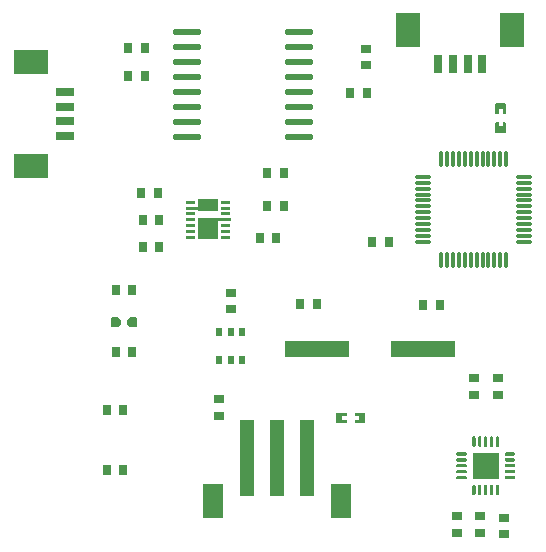
<source format=gtp>
G04*
G04 #@! TF.GenerationSoftware,Altium Limited,Altium Designer,24.2.2 (26)*
G04*
G04 Layer_Color=8421504*
%FSLAX44Y44*%
%MOMM*%
G71*
G04*
G04 #@! TF.SameCoordinates,F77653A4-241C-4A06-9F2E-C48980E71D5F*
G04*
G04*
G04 #@! TF.FilePolarity,Positive*
G04*
G01*
G75*
%ADD19R,0.8000X0.9000*%
%ADD20R,0.9000X0.8000*%
%ADD21O,0.2700X1.5000*%
%ADD22O,1.5000X0.2700*%
%ADD23R,0.5320X0.8000*%
%ADD24O,2.4005X0.5740*%
%ADD25R,5.5000X1.4000*%
%ADD26R,1.6000X0.8000*%
%ADD27R,3.0000X2.1000*%
%ADD28R,0.8000X1.6000*%
%ADD29R,2.1000X3.0000*%
%ADD30R,1.3000X6.5000*%
%ADD31R,1.8000X3.0000*%
G36*
X910010Y845070D02*
Y837070D01*
X909510Y836570D01*
X907090D01*
Y840270D01*
X903790D01*
Y836570D01*
X901510D01*
X901010Y837070D01*
Y845070D01*
X901510Y845570D01*
X909510D01*
X910010Y845070D01*
D02*
G37*
G36*
X910010Y829170D02*
Y821170D01*
X909510Y820670D01*
X901510D01*
X901010Y821170D01*
Y829170D01*
X901510Y829670D01*
X903930D01*
Y825970D01*
X907230D01*
Y829670D01*
X909510D01*
X910010Y829170D01*
D02*
G37*
G36*
X676608Y760509D02*
X669110D01*
Y763008D01*
X676608D01*
Y760509D01*
D02*
G37*
G36*
X646608D02*
X639110D01*
Y763008D01*
X646608D01*
Y760509D01*
D02*
G37*
G36*
X676608Y755509D02*
X669110D01*
Y758008D01*
X676608D01*
Y755509D01*
D02*
G37*
G36*
X666109Y753909D02*
X649609D01*
Y755509D01*
X638858D01*
Y758009D01*
X649609D01*
Y764609D01*
X666109D01*
Y753909D01*
D02*
G37*
G36*
X676608Y750509D02*
X669110D01*
Y753008D01*
X676608D01*
Y750509D01*
D02*
G37*
G36*
X646608D02*
X639110D01*
Y753008D01*
X646608D01*
Y750509D01*
D02*
G37*
G36*
Y745509D02*
X639110D01*
Y748008D01*
X646608D01*
Y745509D01*
D02*
G37*
G36*
X676608Y740509D02*
X669110D01*
Y743008D01*
X676608D01*
Y740509D01*
D02*
G37*
G36*
X646608D02*
X639110D01*
Y743008D01*
X646608D01*
Y740509D01*
D02*
G37*
G36*
X676608Y735509D02*
X669110D01*
Y738008D01*
X676608D01*
Y735509D01*
D02*
G37*
G36*
X646608D02*
X639110D01*
Y738008D01*
X646608D01*
Y735509D01*
D02*
G37*
G36*
X676608Y730509D02*
X669110D01*
Y733008D01*
X676608D01*
Y730509D01*
D02*
G37*
G36*
X646608D02*
X639110D01*
Y733008D01*
X646608D01*
Y730509D01*
D02*
G37*
G36*
X676859Y745509D02*
X666109D01*
Y730509D01*
X649609D01*
Y748009D01*
X663859D01*
Y748009D01*
X676859D01*
Y745509D01*
D02*
G37*
G36*
X597671Y664033D02*
Y656673D01*
X597031Y656033D01*
X591998D01*
X589256Y658970D01*
Y661735D01*
X591998Y664673D01*
X597031D01*
X597671Y664033D01*
D02*
G37*
G36*
X584100Y661623D02*
Y658858D01*
X581358Y655920D01*
X576325D01*
X575685Y656560D01*
Y663920D01*
X576325Y664560D01*
X581358D01*
X584100Y661623D01*
D02*
G37*
G36*
X775060Y583120D02*
Y580700D01*
X771360D01*
Y577400D01*
X775060D01*
Y575120D01*
X774560Y574620D01*
X766560D01*
X766060Y575120D01*
Y583120D01*
X766560Y583620D01*
X774560D01*
X775060Y583120D01*
D02*
G37*
G36*
X790960Y583120D02*
Y575120D01*
X790460Y574620D01*
X782460D01*
X781960Y575120D01*
Y577540D01*
X785660D01*
Y580840D01*
X781960D01*
Y583120D01*
X782460Y583620D01*
X790460D01*
X790960Y583120D01*
D02*
G37*
G36*
X902925Y563475D02*
X903002Y563467D01*
X903079Y563454D01*
X903154Y563437D01*
X903228Y563416D01*
X903301Y563391D01*
X903372Y563362D01*
X903442Y563329D01*
X903510Y563293D01*
X903576Y563252D01*
X903639Y563208D01*
X903700Y563161D01*
X903758Y563110D01*
X903813Y563056D01*
X903866Y563000D01*
X903915Y562940D01*
X903961Y562878D01*
X904003Y562813D01*
X904041Y562746D01*
X904076Y562678D01*
X904107Y562607D01*
X904134Y562535D01*
X904157Y562461D01*
X904176Y562386D01*
X904191Y562310D01*
X904202Y562234D01*
X904208Y562157D01*
X904210Y562080D01*
Y555880D01*
X904208Y555803D01*
X904202Y555726D01*
X904191Y555650D01*
X904176Y555574D01*
X904157Y555499D01*
X904134Y555426D01*
X904107Y555354D01*
X904076Y555283D01*
X904041Y555214D01*
X904003Y555147D01*
X903961Y555083D01*
X903915Y555020D01*
X903866Y554961D01*
X903813Y554904D01*
X903758Y554850D01*
X903700Y554799D01*
X903639Y554752D01*
X903576Y554708D01*
X903510Y554668D01*
X903442Y554631D01*
X903372Y554598D01*
X903301Y554569D01*
X903228Y554544D01*
X903154Y554523D01*
X903079Y554506D01*
X903002Y554493D01*
X902925Y554485D01*
X902849Y554481D01*
X902771D01*
X902694Y554485D01*
X902618Y554493D01*
X902542Y554506D01*
X902466Y554523D01*
X902392Y554544D01*
X902319Y554569D01*
X902248Y554598D01*
X902178Y554631D01*
X902110Y554668D01*
X902044Y554708D01*
X901981Y554752D01*
X901920Y554799D01*
X901862Y554850D01*
X901806Y554904D01*
X901754Y554961D01*
X901705Y555020D01*
X901659Y555083D01*
X901617Y555147D01*
X901579Y555214D01*
X901544Y555283D01*
X901513Y555354D01*
X901486Y555426D01*
X901463Y555499D01*
X901444Y555574D01*
X901429Y555650D01*
X901418Y555726D01*
X901412Y555803D01*
X901410Y555880D01*
Y562080D01*
X901412Y562157D01*
X901418Y562234D01*
X901429Y562310D01*
X901444Y562386D01*
X901463Y562461D01*
X901486Y562535D01*
X901513Y562607D01*
X901544Y562678D01*
X901579Y562746D01*
X901617Y562813D01*
X901659Y562878D01*
X901705Y562940D01*
X901754Y563000D01*
X901806Y563056D01*
X901862Y563110D01*
X901920Y563161D01*
X901981Y563208D01*
X902044Y563252D01*
X902110Y563293D01*
X902178Y563329D01*
X902248Y563362D01*
X902319Y563391D01*
X902392Y563416D01*
X902466Y563437D01*
X902542Y563454D01*
X902618Y563467D01*
X902694Y563475D01*
X902771Y563480D01*
X902849D01*
X902925Y563475D01*
D02*
G37*
G36*
X897927D02*
X898003Y563467D01*
X898080Y563454D01*
X898155Y563437D01*
X898229Y563416D01*
X898302Y563391D01*
X898374Y563362D01*
X898444Y563329D01*
X898511Y563293D01*
X898577Y563252D01*
X898640Y563208D01*
X898701Y563161D01*
X898759Y563110D01*
X898815Y563056D01*
X898867Y563000D01*
X898916Y562940D01*
X898962Y562878D01*
X899004Y562813D01*
X899043Y562746D01*
X899077Y562678D01*
X899108Y562607D01*
X899135Y562535D01*
X899158Y562461D01*
X899177Y562386D01*
X899192Y562310D01*
X899203Y562234D01*
X899209Y562157D01*
X899211Y562080D01*
Y555880D01*
X899209Y555803D01*
X899203Y555726D01*
X899192Y555650D01*
X899177Y555574D01*
X899158Y555499D01*
X899135Y555426D01*
X899108Y555354D01*
X899077Y555283D01*
X899043Y555214D01*
X899004Y555147D01*
X898962Y555083D01*
X898916Y555020D01*
X898867Y554961D01*
X898815Y554904D01*
X898759Y554850D01*
X898701Y554799D01*
X898640Y554752D01*
X898577Y554708D01*
X898511Y554668D01*
X898444Y554631D01*
X898374Y554598D01*
X898302Y554569D01*
X898229Y554544D01*
X898155Y554523D01*
X898080Y554506D01*
X898003Y554493D01*
X897927Y554485D01*
X897850Y554481D01*
X897773D01*
X897696Y554485D01*
X897619Y554493D01*
X897543Y554506D01*
X897468Y554523D01*
X897393Y554544D01*
X897320Y554569D01*
X897249Y554598D01*
X897179Y554631D01*
X897111Y554668D01*
X897045Y554708D01*
X896982Y554752D01*
X896921Y554799D01*
X896863Y554850D01*
X896808Y554904D01*
X896755Y554961D01*
X896706Y555020D01*
X896661Y555083D01*
X896618Y555147D01*
X896580Y555214D01*
X896545Y555283D01*
X896514Y555354D01*
X896487Y555426D01*
X896464Y555499D01*
X896445Y555574D01*
X896430Y555650D01*
X896420Y555726D01*
X896413Y555803D01*
X896411Y555880D01*
Y562080D01*
X896413Y562157D01*
X896420Y562234D01*
X896430Y562310D01*
X896445Y562386D01*
X896464Y562461D01*
X896487Y562535D01*
X896514Y562607D01*
X896545Y562678D01*
X896580Y562746D01*
X896618Y562813D01*
X896661Y562878D01*
X896706Y562940D01*
X896755Y563000D01*
X896808Y563056D01*
X896863Y563110D01*
X896921Y563161D01*
X896982Y563208D01*
X897045Y563252D01*
X897111Y563293D01*
X897179Y563329D01*
X897249Y563362D01*
X897320Y563391D01*
X897393Y563416D01*
X897468Y563437D01*
X897543Y563454D01*
X897619Y563467D01*
X897696Y563475D01*
X897773Y563480D01*
X897850D01*
X897927Y563475D01*
D02*
G37*
G36*
X892926D02*
X893002Y563467D01*
X893079Y563454D01*
X893154Y563437D01*
X893228Y563416D01*
X893301Y563391D01*
X893372Y563362D01*
X893442Y563329D01*
X893510Y563293D01*
X893576Y563252D01*
X893639Y563208D01*
X893700Y563161D01*
X893758Y563110D01*
X893814Y563056D01*
X893866Y563000D01*
X893915Y562940D01*
X893961Y562878D01*
X894003Y562813D01*
X894041Y562746D01*
X894076Y562678D01*
X894107Y562607D01*
X894134Y562535D01*
X894157Y562461D01*
X894176Y562386D01*
X894191Y562310D01*
X894202Y562234D01*
X894208Y562157D01*
X894210Y562080D01*
Y555880D01*
X894208Y555803D01*
X894202Y555726D01*
X894191Y555650D01*
X894176Y555574D01*
X894157Y555499D01*
X894134Y555426D01*
X894107Y555354D01*
X894076Y555283D01*
X894041Y555214D01*
X894003Y555147D01*
X893961Y555083D01*
X893915Y555020D01*
X893866Y554961D01*
X893814Y554904D01*
X893758Y554850D01*
X893700Y554799D01*
X893639Y554752D01*
X893576Y554708D01*
X893510Y554668D01*
X893442Y554631D01*
X893372Y554598D01*
X893301Y554569D01*
X893228Y554544D01*
X893154Y554523D01*
X893079Y554506D01*
X893002Y554493D01*
X892926Y554485D01*
X892849Y554481D01*
X892771D01*
X892694Y554485D01*
X892618Y554493D01*
X892542Y554506D01*
X892466Y554523D01*
X892392Y554544D01*
X892319Y554569D01*
X892248Y554598D01*
X892178Y554631D01*
X892110Y554668D01*
X892044Y554708D01*
X891981Y554752D01*
X891920Y554799D01*
X891862Y554850D01*
X891806Y554904D01*
X891754Y554961D01*
X891705Y555020D01*
X891659Y555083D01*
X891617Y555147D01*
X891579Y555214D01*
X891544Y555283D01*
X891513Y555354D01*
X891486Y555426D01*
X891463Y555499D01*
X891444Y555574D01*
X891429Y555650D01*
X891418Y555726D01*
X891412Y555803D01*
X891410Y555880D01*
Y562080D01*
X891412Y562157D01*
X891418Y562234D01*
X891429Y562310D01*
X891444Y562386D01*
X891463Y562461D01*
X891486Y562535D01*
X891513Y562607D01*
X891544Y562678D01*
X891579Y562746D01*
X891617Y562813D01*
X891659Y562878D01*
X891705Y562940D01*
X891754Y563000D01*
X891806Y563056D01*
X891862Y563110D01*
X891920Y563161D01*
X891981Y563208D01*
X892044Y563252D01*
X892110Y563293D01*
X892178Y563329D01*
X892248Y563362D01*
X892319Y563391D01*
X892392Y563416D01*
X892466Y563437D01*
X892542Y563454D01*
X892618Y563467D01*
X892694Y563475D01*
X892771Y563480D01*
X892849D01*
X892926Y563475D01*
D02*
G37*
G36*
X887927D02*
X888004Y563467D01*
X888080Y563454D01*
X888155Y563437D01*
X888229Y563416D01*
X888302Y563391D01*
X888374Y563362D01*
X888444Y563329D01*
X888511Y563293D01*
X888577Y563252D01*
X888640Y563208D01*
X888701Y563161D01*
X888760Y563110D01*
X888815Y563056D01*
X888867Y563000D01*
X888916Y562940D01*
X888962Y562878D01*
X889004Y562813D01*
X889043Y562746D01*
X889078Y562678D01*
X889109Y562607D01*
X889135Y562535D01*
X889158Y562461D01*
X889177Y562386D01*
X889192Y562310D01*
X889203Y562234D01*
X889209Y562157D01*
X889211Y562080D01*
Y555880D01*
X889209Y555803D01*
X889203Y555726D01*
X889192Y555650D01*
X889177Y555574D01*
X889158Y555499D01*
X889135Y555426D01*
X889109Y555354D01*
X889078Y555283D01*
X889043Y555214D01*
X889004Y555147D01*
X888962Y555083D01*
X888916Y555020D01*
X888867Y554961D01*
X888815Y554904D01*
X888760Y554850D01*
X888701Y554799D01*
X888640Y554752D01*
X888577Y554708D01*
X888511Y554668D01*
X888444Y554631D01*
X888374Y554598D01*
X888302Y554569D01*
X888229Y554544D01*
X888155Y554523D01*
X888080Y554506D01*
X888004Y554493D01*
X887927Y554485D01*
X887850Y554481D01*
X887773D01*
X887696Y554485D01*
X887619Y554493D01*
X887543Y554506D01*
X887468Y554523D01*
X887393Y554544D01*
X887320Y554569D01*
X887249Y554598D01*
X887179Y554631D01*
X887111Y554668D01*
X887046Y554708D01*
X886982Y554752D01*
X886921Y554799D01*
X886863Y554850D01*
X886808Y554904D01*
X886755Y554961D01*
X886706Y555020D01*
X886661Y555083D01*
X886618Y555147D01*
X886580Y555214D01*
X886545Y555283D01*
X886514Y555354D01*
X886487Y555426D01*
X886464Y555499D01*
X886445Y555574D01*
X886430Y555650D01*
X886420Y555726D01*
X886413Y555803D01*
X886411Y555880D01*
Y562080D01*
X886413Y562157D01*
X886420Y562234D01*
X886430Y562310D01*
X886445Y562386D01*
X886464Y562461D01*
X886487Y562535D01*
X886514Y562607D01*
X886545Y562678D01*
X886580Y562746D01*
X886618Y562813D01*
X886661Y562878D01*
X886706Y562940D01*
X886755Y563000D01*
X886808Y563056D01*
X886863Y563110D01*
X886921Y563161D01*
X886982Y563208D01*
X887046Y563252D01*
X887111Y563293D01*
X887179Y563329D01*
X887249Y563362D01*
X887320Y563391D01*
X887393Y563416D01*
X887468Y563437D01*
X887543Y563454D01*
X887619Y563467D01*
X887696Y563475D01*
X887773Y563480D01*
X887850D01*
X887927Y563475D01*
D02*
G37*
G36*
X882926D02*
X883002Y563467D01*
X883079Y563454D01*
X883154Y563437D01*
X883228Y563416D01*
X883301Y563391D01*
X883372Y563362D01*
X883442Y563329D01*
X883510Y563293D01*
X883576Y563252D01*
X883639Y563208D01*
X883700Y563161D01*
X883758Y563110D01*
X883814Y563056D01*
X883866Y563000D01*
X883915Y562940D01*
X883961Y562878D01*
X884003Y562813D01*
X884041Y562746D01*
X884076Y562678D01*
X884107Y562607D01*
X884134Y562535D01*
X884157Y562461D01*
X884176Y562386D01*
X884191Y562310D01*
X884202Y562234D01*
X884208Y562157D01*
X884210Y562080D01*
Y555880D01*
X884208Y555803D01*
X884202Y555726D01*
X884191Y555650D01*
X884176Y555574D01*
X884157Y555499D01*
X884134Y555426D01*
X884107Y555354D01*
X884076Y555283D01*
X884041Y555214D01*
X884003Y555147D01*
X883961Y555083D01*
X883915Y555020D01*
X883866Y554961D01*
X883814Y554904D01*
X883758Y554850D01*
X883700Y554799D01*
X883639Y554752D01*
X883576Y554708D01*
X883510Y554668D01*
X883442Y554631D01*
X883372Y554598D01*
X883301Y554569D01*
X883228Y554544D01*
X883154Y554523D01*
X883079Y554506D01*
X883002Y554493D01*
X882926Y554485D01*
X882849Y554481D01*
X882771D01*
X882694Y554485D01*
X882618Y554493D01*
X882542Y554506D01*
X882466Y554523D01*
X882392Y554544D01*
X882319Y554569D01*
X882248Y554598D01*
X882178Y554631D01*
X882110Y554668D01*
X882044Y554708D01*
X881981Y554752D01*
X881920Y554799D01*
X881862Y554850D01*
X881806Y554904D01*
X881754Y554961D01*
X881705Y555020D01*
X881659Y555083D01*
X881617Y555147D01*
X881579Y555214D01*
X881544Y555283D01*
X881513Y555354D01*
X881486Y555426D01*
X881463Y555499D01*
X881444Y555574D01*
X881429Y555650D01*
X881418Y555726D01*
X881412Y555803D01*
X881410Y555880D01*
Y562080D01*
X881412Y562157D01*
X881418Y562234D01*
X881429Y562310D01*
X881444Y562386D01*
X881463Y562461D01*
X881486Y562535D01*
X881513Y562607D01*
X881544Y562678D01*
X881579Y562746D01*
X881617Y562813D01*
X881659Y562878D01*
X881705Y562940D01*
X881754Y563000D01*
X881806Y563056D01*
X881862Y563110D01*
X881920Y563161D01*
X881981Y563208D01*
X882044Y563252D01*
X882110Y563293D01*
X882178Y563329D01*
X882248Y563362D01*
X882319Y563391D01*
X882392Y563416D01*
X882466Y563437D01*
X882542Y563454D01*
X882618Y563467D01*
X882694Y563475D01*
X882771Y563480D01*
X882849D01*
X882926Y563475D01*
D02*
G37*
G36*
X916488Y549878D02*
X916564Y549872D01*
X916641Y549861D01*
X916717Y549846D01*
X916791Y549827D01*
X916865Y549804D01*
X916937Y549777D01*
X917008Y549746D01*
X917077Y549711D01*
X917143Y549673D01*
X917208Y549631D01*
X917271Y549585D01*
X917330Y549536D01*
X917386Y549483D01*
X917440Y549428D01*
X917491Y549370D01*
X917538Y549309D01*
X917582Y549246D01*
X917623Y549180D01*
X917660Y549112D01*
X917693Y549042D01*
X917722Y548971D01*
X917747Y548898D01*
X917767Y548824D01*
X917785Y548749D01*
X917797Y548672D01*
X917806Y548596D01*
X917810Y548519D01*
Y548441D01*
X917806Y548364D01*
X917797Y548288D01*
X917785Y548212D01*
X917767Y548136D01*
X917747Y548062D01*
X917722Y547989D01*
X917693Y547918D01*
X917660Y547848D01*
X917623Y547780D01*
X917582Y547714D01*
X917538Y547651D01*
X917491Y547590D01*
X917440Y547532D01*
X917386Y547476D01*
X917330Y547424D01*
X917271Y547375D01*
X917208Y547329D01*
X917143Y547287D01*
X917077Y547249D01*
X917008Y547214D01*
X916937Y547183D01*
X916865Y547156D01*
X916791Y547133D01*
X916717Y547114D01*
X916641Y547099D01*
X916564Y547088D01*
X916488Y547082D01*
X916410Y547080D01*
X910210D01*
X910133Y547082D01*
X910057Y547088D01*
X909980Y547099D01*
X909904Y547114D01*
X909829Y547133D01*
X909756Y547156D01*
X909684Y547183D01*
X909613Y547214D01*
X909544Y547249D01*
X909477Y547287D01*
X909413Y547329D01*
X909351Y547375D01*
X909291Y547424D01*
X909234Y547476D01*
X909181Y547532D01*
X909130Y547590D01*
X909082Y547651D01*
X909039Y547714D01*
X908998Y547780D01*
X908961Y547848D01*
X908928Y547918D01*
X908899Y547989D01*
X908874Y548062D01*
X908853Y548136D01*
X908836Y548212D01*
X908824Y548288D01*
X908815Y548364D01*
X908811Y548441D01*
Y548519D01*
X908815Y548596D01*
X908824Y548672D01*
X908836Y548749D01*
X908853Y548824D01*
X908874Y548898D01*
X908899Y548971D01*
X908928Y549042D01*
X908961Y549112D01*
X908998Y549180D01*
X909039Y549246D01*
X909082Y549309D01*
X909130Y549370D01*
X909181Y549428D01*
X909234Y549483D01*
X909291Y549536D01*
X909351Y549585D01*
X909413Y549631D01*
X909477Y549673D01*
X909544Y549711D01*
X909613Y549746D01*
X909684Y549777D01*
X909756Y549804D01*
X909829Y549827D01*
X909904Y549846D01*
X909980Y549861D01*
X910057Y549872D01*
X910133Y549878D01*
X910210Y549880D01*
X916410D01*
X916488Y549878D01*
D02*
G37*
G36*
X875487D02*
X875564Y549872D01*
X875640Y549861D01*
X875716Y549846D01*
X875791Y549827D01*
X875864Y549804D01*
X875937Y549777D01*
X876007Y549746D01*
X876076Y549711D01*
X876143Y549673D01*
X876208Y549631D01*
X876270Y549585D01*
X876329Y549536D01*
X876386Y549483D01*
X876440Y549428D01*
X876490Y549370D01*
X876538Y549309D01*
X876582Y549246D01*
X876622Y549180D01*
X876659Y549112D01*
X876692Y549042D01*
X876721Y548971D01*
X876746Y548898D01*
X876767Y548824D01*
X876784Y548749D01*
X876797Y548672D01*
X876805Y548596D01*
X876809Y548519D01*
Y548441D01*
X876805Y548364D01*
X876797Y548288D01*
X876784Y548212D01*
X876767Y548136D01*
X876746Y548062D01*
X876721Y547989D01*
X876692Y547918D01*
X876659Y547848D01*
X876622Y547780D01*
X876582Y547714D01*
X876538Y547651D01*
X876490Y547590D01*
X876440Y547532D01*
X876386Y547476D01*
X876329Y547424D01*
X876270Y547375D01*
X876208Y547329D01*
X876143Y547287D01*
X876076Y547249D01*
X876007Y547214D01*
X875937Y547183D01*
X875864Y547156D01*
X875791Y547133D01*
X875716Y547114D01*
X875640Y547099D01*
X875564Y547088D01*
X875487Y547082D01*
X875410Y547080D01*
X869210D01*
X869133Y547082D01*
X869056Y547088D01*
X868979Y547099D01*
X868904Y547114D01*
X868829Y547133D01*
X868755Y547156D01*
X868683Y547183D01*
X868612Y547214D01*
X868544Y547249D01*
X868477Y547287D01*
X868412Y547329D01*
X868350Y547375D01*
X868290Y547424D01*
X868234Y547476D01*
X868180Y547532D01*
X868129Y547590D01*
X868082Y547651D01*
X868038Y547714D01*
X867997Y547780D01*
X867961Y547848D01*
X867928Y547918D01*
X867899Y547989D01*
X867874Y548062D01*
X867853Y548136D01*
X867836Y548212D01*
X867823Y548288D01*
X867815Y548364D01*
X867810Y548441D01*
Y548519D01*
X867815Y548596D01*
X867823Y548672D01*
X867836Y548749D01*
X867853Y548824D01*
X867874Y548898D01*
X867899Y548971D01*
X867928Y549042D01*
X867961Y549112D01*
X867997Y549180D01*
X868038Y549246D01*
X868082Y549309D01*
X868129Y549370D01*
X868180Y549428D01*
X868234Y549483D01*
X868290Y549536D01*
X868350Y549585D01*
X868412Y549631D01*
X868477Y549673D01*
X868544Y549711D01*
X868612Y549746D01*
X868683Y549777D01*
X868755Y549804D01*
X868829Y549827D01*
X868904Y549846D01*
X868979Y549861D01*
X869056Y549872D01*
X869133Y549878D01*
X869210Y549880D01*
X875410D01*
X875487Y549878D01*
D02*
G37*
G36*
X916488Y544879D02*
X916564Y544873D01*
X916641Y544862D01*
X916717Y544847D01*
X916791Y544828D01*
X916865Y544805D01*
X916937Y544778D01*
X917008Y544747D01*
X917077Y544713D01*
X917143Y544674D01*
X917208Y544632D01*
X917271Y544586D01*
X917330Y544537D01*
X917386Y544485D01*
X917440Y544429D01*
X917491Y544371D01*
X917538Y544310D01*
X917582Y544247D01*
X917623Y544181D01*
X917660Y544114D01*
X917693Y544044D01*
X917722Y543972D01*
X917747Y543899D01*
X917767Y543825D01*
X917785Y543750D01*
X917797Y543674D01*
X917806Y543597D01*
X917810Y543520D01*
Y543443D01*
X917806Y543366D01*
X917797Y543289D01*
X917785Y543213D01*
X917767Y543138D01*
X917747Y543063D01*
X917722Y542990D01*
X917693Y542919D01*
X917660Y542849D01*
X917623Y542781D01*
X917582Y542715D01*
X917538Y542652D01*
X917491Y542591D01*
X917440Y542533D01*
X917386Y542478D01*
X917330Y542425D01*
X917271Y542376D01*
X917208Y542331D01*
X917143Y542289D01*
X917077Y542250D01*
X917008Y542215D01*
X916937Y542184D01*
X916865Y542157D01*
X916791Y542134D01*
X916717Y542115D01*
X916641Y542100D01*
X916564Y542090D01*
X916488Y542083D01*
X916410Y542081D01*
X910210D01*
X910133Y542083D01*
X910057Y542090D01*
X909980Y542100D01*
X909904Y542115D01*
X909829Y542134D01*
X909756Y542157D01*
X909684Y542184D01*
X909613Y542215D01*
X909544Y542250D01*
X909477Y542289D01*
X909413Y542331D01*
X909351Y542376D01*
X909291Y542425D01*
X909234Y542478D01*
X909181Y542533D01*
X909130Y542591D01*
X909082Y542652D01*
X909039Y542715D01*
X908998Y542781D01*
X908961Y542849D01*
X908928Y542919D01*
X908899Y542990D01*
X908874Y543063D01*
X908853Y543138D01*
X908836Y543213D01*
X908824Y543289D01*
X908815Y543366D01*
X908811Y543443D01*
Y543520D01*
X908815Y543597D01*
X908824Y543674D01*
X908836Y543750D01*
X908853Y543825D01*
X908874Y543899D01*
X908899Y543972D01*
X908928Y544044D01*
X908961Y544114D01*
X908998Y544181D01*
X909039Y544247D01*
X909082Y544310D01*
X909130Y544371D01*
X909181Y544429D01*
X909234Y544485D01*
X909291Y544537D01*
X909351Y544586D01*
X909413Y544632D01*
X909477Y544674D01*
X909544Y544713D01*
X909613Y544747D01*
X909684Y544778D01*
X909756Y544805D01*
X909829Y544828D01*
X909904Y544847D01*
X909980Y544862D01*
X910057Y544873D01*
X910133Y544879D01*
X910210Y544881D01*
X916410D01*
X916488Y544879D01*
D02*
G37*
G36*
X875487D02*
X875564Y544873D01*
X875640Y544862D01*
X875716Y544847D01*
X875791Y544828D01*
X875864Y544805D01*
X875937Y544778D01*
X876007Y544747D01*
X876076Y544713D01*
X876143Y544674D01*
X876208Y544632D01*
X876270Y544586D01*
X876329Y544537D01*
X876386Y544485D01*
X876440Y544429D01*
X876490Y544371D01*
X876538Y544310D01*
X876582Y544247D01*
X876622Y544181D01*
X876659Y544114D01*
X876692Y544044D01*
X876721Y543972D01*
X876746Y543899D01*
X876767Y543825D01*
X876784Y543750D01*
X876797Y543674D01*
X876805Y543597D01*
X876809Y543520D01*
Y543443D01*
X876805Y543366D01*
X876797Y543289D01*
X876784Y543213D01*
X876767Y543138D01*
X876746Y543063D01*
X876721Y542990D01*
X876692Y542919D01*
X876659Y542849D01*
X876622Y542781D01*
X876582Y542715D01*
X876538Y542652D01*
X876490Y542591D01*
X876440Y542533D01*
X876386Y542478D01*
X876329Y542425D01*
X876270Y542376D01*
X876208Y542331D01*
X876143Y542289D01*
X876076Y542250D01*
X876007Y542215D01*
X875937Y542184D01*
X875864Y542157D01*
X875791Y542134D01*
X875716Y542115D01*
X875640Y542100D01*
X875564Y542090D01*
X875487Y542083D01*
X875410Y542081D01*
X869210D01*
X869133Y542083D01*
X869056Y542090D01*
X868979Y542100D01*
X868904Y542115D01*
X868829Y542134D01*
X868755Y542157D01*
X868683Y542184D01*
X868612Y542215D01*
X868544Y542250D01*
X868477Y542289D01*
X868412Y542331D01*
X868350Y542376D01*
X868290Y542425D01*
X868234Y542478D01*
X868180Y542533D01*
X868129Y542591D01*
X868082Y542652D01*
X868038Y542715D01*
X867997Y542781D01*
X867961Y542849D01*
X867928Y542919D01*
X867899Y542990D01*
X867874Y543063D01*
X867853Y543138D01*
X867836Y543213D01*
X867823Y543289D01*
X867815Y543366D01*
X867810Y543443D01*
Y543520D01*
X867815Y543597D01*
X867823Y543674D01*
X867836Y543750D01*
X867853Y543825D01*
X867874Y543899D01*
X867899Y543972D01*
X867928Y544044D01*
X867961Y544114D01*
X867997Y544181D01*
X868038Y544247D01*
X868082Y544310D01*
X868129Y544371D01*
X868180Y544429D01*
X868234Y544485D01*
X868290Y544537D01*
X868350Y544586D01*
X868412Y544632D01*
X868477Y544674D01*
X868544Y544713D01*
X868612Y544747D01*
X868683Y544778D01*
X868755Y544805D01*
X868829Y544828D01*
X868904Y544847D01*
X868979Y544862D01*
X869056Y544873D01*
X869133Y544879D01*
X869210Y544881D01*
X875410D01*
X875487Y544879D01*
D02*
G37*
G36*
X916488Y539878D02*
X916564Y539872D01*
X916641Y539861D01*
X916717Y539846D01*
X916791Y539827D01*
X916865Y539804D01*
X916937Y539777D01*
X917008Y539746D01*
X917077Y539711D01*
X917143Y539673D01*
X917208Y539631D01*
X917271Y539585D01*
X917330Y539536D01*
X917386Y539484D01*
X917440Y539428D01*
X917491Y539370D01*
X917538Y539309D01*
X917582Y539246D01*
X917623Y539180D01*
X917660Y539112D01*
X917693Y539042D01*
X917722Y538971D01*
X917747Y538898D01*
X917767Y538824D01*
X917785Y538749D01*
X917797Y538672D01*
X917806Y538596D01*
X917810Y538519D01*
Y538441D01*
X917806Y538364D01*
X917797Y538288D01*
X917785Y538212D01*
X917767Y538136D01*
X917747Y538062D01*
X917722Y537989D01*
X917693Y537918D01*
X917660Y537848D01*
X917623Y537780D01*
X917582Y537714D01*
X917538Y537651D01*
X917491Y537590D01*
X917440Y537532D01*
X917386Y537476D01*
X917330Y537424D01*
X917271Y537375D01*
X917208Y537329D01*
X917143Y537287D01*
X917077Y537249D01*
X917008Y537214D01*
X916937Y537183D01*
X916865Y537156D01*
X916791Y537133D01*
X916717Y537114D01*
X916641Y537099D01*
X916564Y537088D01*
X916488Y537082D01*
X916410Y537080D01*
X910210D01*
X910133Y537082D01*
X910057Y537088D01*
X909980Y537099D01*
X909904Y537114D01*
X909829Y537133D01*
X909756Y537156D01*
X909684Y537183D01*
X909613Y537214D01*
X909544Y537249D01*
X909477Y537287D01*
X909413Y537329D01*
X909351Y537375D01*
X909291Y537424D01*
X909234Y537476D01*
X909181Y537532D01*
X909130Y537590D01*
X909082Y537651D01*
X909039Y537714D01*
X908998Y537780D01*
X908961Y537848D01*
X908928Y537918D01*
X908899Y537989D01*
X908874Y538062D01*
X908853Y538136D01*
X908836Y538212D01*
X908824Y538288D01*
X908815Y538364D01*
X908811Y538441D01*
Y538519D01*
X908815Y538596D01*
X908824Y538672D01*
X908836Y538749D01*
X908853Y538824D01*
X908874Y538898D01*
X908899Y538971D01*
X908928Y539042D01*
X908961Y539112D01*
X908998Y539180D01*
X909039Y539246D01*
X909082Y539309D01*
X909130Y539370D01*
X909181Y539428D01*
X909234Y539484D01*
X909291Y539536D01*
X909351Y539585D01*
X909413Y539631D01*
X909477Y539673D01*
X909544Y539711D01*
X909613Y539746D01*
X909684Y539777D01*
X909756Y539804D01*
X909829Y539827D01*
X909904Y539846D01*
X909980Y539861D01*
X910057Y539872D01*
X910133Y539878D01*
X910210Y539880D01*
X916410D01*
X916488Y539878D01*
D02*
G37*
G36*
X875487D02*
X875564Y539872D01*
X875640Y539861D01*
X875716Y539846D01*
X875791Y539827D01*
X875864Y539804D01*
X875937Y539777D01*
X876007Y539746D01*
X876076Y539711D01*
X876143Y539673D01*
X876208Y539631D01*
X876270Y539585D01*
X876329Y539536D01*
X876386Y539484D01*
X876440Y539428D01*
X876490Y539370D01*
X876538Y539309D01*
X876582Y539246D01*
X876622Y539180D01*
X876659Y539112D01*
X876692Y539042D01*
X876721Y538971D01*
X876746Y538898D01*
X876767Y538824D01*
X876784Y538749D01*
X876797Y538672D01*
X876805Y538596D01*
X876809Y538519D01*
Y538441D01*
X876805Y538364D01*
X876797Y538288D01*
X876784Y538212D01*
X876767Y538136D01*
X876746Y538062D01*
X876721Y537989D01*
X876692Y537918D01*
X876659Y537848D01*
X876622Y537780D01*
X876582Y537714D01*
X876538Y537651D01*
X876490Y537590D01*
X876440Y537532D01*
X876386Y537476D01*
X876329Y537424D01*
X876270Y537375D01*
X876208Y537329D01*
X876143Y537287D01*
X876076Y537249D01*
X876007Y537214D01*
X875937Y537183D01*
X875864Y537156D01*
X875791Y537133D01*
X875716Y537114D01*
X875640Y537099D01*
X875564Y537088D01*
X875487Y537082D01*
X875410Y537080D01*
X869210D01*
X869133Y537082D01*
X869056Y537088D01*
X868979Y537099D01*
X868904Y537114D01*
X868829Y537133D01*
X868755Y537156D01*
X868683Y537183D01*
X868612Y537214D01*
X868544Y537249D01*
X868477Y537287D01*
X868412Y537329D01*
X868350Y537375D01*
X868290Y537424D01*
X868234Y537476D01*
X868180Y537532D01*
X868129Y537590D01*
X868082Y537651D01*
X868038Y537714D01*
X867997Y537780D01*
X867961Y537848D01*
X867928Y537918D01*
X867899Y537989D01*
X867874Y538062D01*
X867853Y538136D01*
X867836Y538212D01*
X867823Y538288D01*
X867815Y538364D01*
X867810Y538441D01*
Y538519D01*
X867815Y538596D01*
X867823Y538672D01*
X867836Y538749D01*
X867853Y538824D01*
X867874Y538898D01*
X867899Y538971D01*
X867928Y539042D01*
X867961Y539112D01*
X867997Y539180D01*
X868038Y539246D01*
X868082Y539309D01*
X868129Y539370D01*
X868180Y539428D01*
X868234Y539484D01*
X868290Y539536D01*
X868350Y539585D01*
X868412Y539631D01*
X868477Y539673D01*
X868544Y539711D01*
X868612Y539746D01*
X868683Y539777D01*
X868755Y539804D01*
X868829Y539827D01*
X868904Y539846D01*
X868979Y539861D01*
X869056Y539872D01*
X869133Y539878D01*
X869210Y539880D01*
X875410D01*
X875487Y539878D01*
D02*
G37*
G36*
X916488Y534879D02*
X916564Y534873D01*
X916641Y534862D01*
X916717Y534847D01*
X916791Y534828D01*
X916865Y534805D01*
X916937Y534779D01*
X917008Y534748D01*
X917077Y534713D01*
X917143Y534674D01*
X917208Y534632D01*
X917271Y534586D01*
X917330Y534537D01*
X917386Y534485D01*
X917440Y534430D01*
X917491Y534371D01*
X917538Y534310D01*
X917582Y534247D01*
X917623Y534181D01*
X917660Y534114D01*
X917693Y534044D01*
X917722Y533972D01*
X917747Y533899D01*
X917767Y533825D01*
X917785Y533750D01*
X917797Y533674D01*
X917806Y533597D01*
X917810Y533520D01*
Y533443D01*
X917806Y533366D01*
X917797Y533289D01*
X917785Y533213D01*
X917767Y533138D01*
X917747Y533063D01*
X917722Y532990D01*
X917693Y532919D01*
X917660Y532849D01*
X917623Y532781D01*
X917582Y532715D01*
X917538Y532652D01*
X917491Y532591D01*
X917440Y532533D01*
X917386Y532478D01*
X917330Y532425D01*
X917271Y532376D01*
X917208Y532331D01*
X917143Y532289D01*
X917077Y532250D01*
X917008Y532215D01*
X916937Y532184D01*
X916865Y532157D01*
X916791Y532134D01*
X916717Y532115D01*
X916641Y532100D01*
X916564Y532090D01*
X916488Y532083D01*
X916410Y532081D01*
X910210D01*
X910133Y532083D01*
X910057Y532090D01*
X909980Y532100D01*
X909904Y532115D01*
X909829Y532134D01*
X909756Y532157D01*
X909684Y532184D01*
X909613Y532215D01*
X909544Y532250D01*
X909477Y532289D01*
X909413Y532331D01*
X909351Y532376D01*
X909291Y532425D01*
X909234Y532478D01*
X909181Y532533D01*
X909130Y532591D01*
X909082Y532652D01*
X909039Y532715D01*
X908998Y532781D01*
X908961Y532849D01*
X908928Y532919D01*
X908899Y532990D01*
X908874Y533063D01*
X908853Y533138D01*
X908836Y533213D01*
X908824Y533289D01*
X908815Y533366D01*
X908811Y533443D01*
Y533520D01*
X908815Y533597D01*
X908824Y533674D01*
X908836Y533750D01*
X908853Y533825D01*
X908874Y533899D01*
X908899Y533972D01*
X908928Y534044D01*
X908961Y534114D01*
X908998Y534181D01*
X909039Y534247D01*
X909082Y534310D01*
X909130Y534371D01*
X909181Y534430D01*
X909234Y534485D01*
X909291Y534537D01*
X909351Y534586D01*
X909413Y534632D01*
X909477Y534674D01*
X909544Y534713D01*
X909613Y534748D01*
X909684Y534779D01*
X909756Y534805D01*
X909829Y534828D01*
X909904Y534847D01*
X909980Y534862D01*
X910057Y534873D01*
X910133Y534879D01*
X910210Y534881D01*
X916410D01*
X916488Y534879D01*
D02*
G37*
G36*
X875487D02*
X875564Y534873D01*
X875640Y534862D01*
X875716Y534847D01*
X875791Y534828D01*
X875864Y534805D01*
X875937Y534779D01*
X876007Y534748D01*
X876076Y534713D01*
X876143Y534674D01*
X876208Y534632D01*
X876270Y534586D01*
X876329Y534537D01*
X876386Y534485D01*
X876440Y534430D01*
X876490Y534371D01*
X876538Y534310D01*
X876582Y534247D01*
X876622Y534181D01*
X876659Y534114D01*
X876692Y534044D01*
X876721Y533972D01*
X876746Y533899D01*
X876767Y533825D01*
X876784Y533750D01*
X876797Y533674D01*
X876805Y533597D01*
X876809Y533520D01*
Y533443D01*
X876805Y533366D01*
X876797Y533289D01*
X876784Y533213D01*
X876767Y533138D01*
X876746Y533063D01*
X876721Y532990D01*
X876692Y532919D01*
X876659Y532849D01*
X876622Y532781D01*
X876582Y532715D01*
X876538Y532652D01*
X876490Y532591D01*
X876440Y532533D01*
X876386Y532478D01*
X876329Y532425D01*
X876270Y532376D01*
X876208Y532331D01*
X876143Y532289D01*
X876076Y532250D01*
X876007Y532215D01*
X875937Y532184D01*
X875864Y532157D01*
X875791Y532134D01*
X875716Y532115D01*
X875640Y532100D01*
X875564Y532090D01*
X875487Y532083D01*
X875410Y532081D01*
X869210D01*
X869133Y532083D01*
X869056Y532090D01*
X868979Y532100D01*
X868904Y532115D01*
X868829Y532134D01*
X868755Y532157D01*
X868683Y532184D01*
X868612Y532215D01*
X868544Y532250D01*
X868477Y532289D01*
X868412Y532331D01*
X868350Y532376D01*
X868290Y532425D01*
X868234Y532478D01*
X868180Y532533D01*
X868129Y532591D01*
X868082Y532652D01*
X868038Y532715D01*
X867997Y532781D01*
X867961Y532849D01*
X867928Y532919D01*
X867899Y532990D01*
X867874Y533063D01*
X867853Y533138D01*
X867836Y533213D01*
X867823Y533289D01*
X867815Y533366D01*
X867810Y533443D01*
Y533520D01*
X867815Y533597D01*
X867823Y533674D01*
X867836Y533750D01*
X867853Y533825D01*
X867874Y533899D01*
X867899Y533972D01*
X867928Y534044D01*
X867961Y534114D01*
X867997Y534181D01*
X868038Y534247D01*
X868082Y534310D01*
X868129Y534371D01*
X868180Y534430D01*
X868234Y534485D01*
X868290Y534537D01*
X868350Y534586D01*
X868412Y534632D01*
X868477Y534674D01*
X868544Y534713D01*
X868612Y534748D01*
X868683Y534779D01*
X868755Y534805D01*
X868829Y534828D01*
X868904Y534847D01*
X868979Y534862D01*
X869056Y534873D01*
X869133Y534879D01*
X869210Y534881D01*
X875410D01*
X875487Y534879D01*
D02*
G37*
G36*
X903809Y527481D02*
X881809D01*
Y549481D01*
X903809D01*
Y527481D01*
D02*
G37*
G36*
X916488Y529878D02*
X916564Y529872D01*
X916641Y529861D01*
X916717Y529846D01*
X916791Y529827D01*
X916865Y529804D01*
X916937Y529777D01*
X917008Y529746D01*
X917077Y529711D01*
X917143Y529673D01*
X917208Y529631D01*
X917271Y529585D01*
X917330Y529536D01*
X917386Y529484D01*
X917440Y529428D01*
X917491Y529370D01*
X917538Y529309D01*
X917582Y529246D01*
X917623Y529180D01*
X917660Y529112D01*
X917693Y529042D01*
X917722Y528971D01*
X917747Y528898D01*
X917767Y528824D01*
X917785Y528749D01*
X917797Y528672D01*
X917806Y528596D01*
X917810Y528519D01*
Y528441D01*
X917806Y528364D01*
X917797Y528288D01*
X917785Y528212D01*
X917767Y528136D01*
X917747Y528062D01*
X917722Y527989D01*
X917693Y527918D01*
X917660Y527848D01*
X917623Y527780D01*
X917582Y527714D01*
X917538Y527651D01*
X917491Y527590D01*
X917440Y527532D01*
X917386Y527477D01*
X917330Y527424D01*
X917271Y527375D01*
X917208Y527329D01*
X917143Y527287D01*
X917077Y527249D01*
X917008Y527214D01*
X916937Y527183D01*
X916865Y527156D01*
X916791Y527133D01*
X916717Y527114D01*
X916641Y527099D01*
X916564Y527088D01*
X916488Y527082D01*
X916410Y527080D01*
X910210D01*
X910133Y527082D01*
X910057Y527088D01*
X909980Y527099D01*
X909904Y527114D01*
X909829Y527133D01*
X909756Y527156D01*
X909684Y527183D01*
X909613Y527214D01*
X909544Y527249D01*
X909477Y527287D01*
X909413Y527329D01*
X909351Y527375D01*
X909291Y527424D01*
X909234Y527477D01*
X909181Y527532D01*
X909130Y527590D01*
X909082Y527651D01*
X909039Y527714D01*
X908998Y527780D01*
X908961Y527848D01*
X908928Y527918D01*
X908899Y527989D01*
X908874Y528062D01*
X908853Y528136D01*
X908836Y528212D01*
X908824Y528288D01*
X908815Y528364D01*
X908811Y528441D01*
Y528519D01*
X908815Y528596D01*
X908824Y528672D01*
X908836Y528749D01*
X908853Y528824D01*
X908874Y528898D01*
X908899Y528971D01*
X908928Y529042D01*
X908961Y529112D01*
X908998Y529180D01*
X909039Y529246D01*
X909082Y529309D01*
X909130Y529370D01*
X909181Y529428D01*
X909234Y529484D01*
X909291Y529536D01*
X909351Y529585D01*
X909413Y529631D01*
X909477Y529673D01*
X909544Y529711D01*
X909613Y529746D01*
X909684Y529777D01*
X909756Y529804D01*
X909829Y529827D01*
X909904Y529846D01*
X909980Y529861D01*
X910057Y529872D01*
X910133Y529878D01*
X910210Y529880D01*
X916410D01*
X916488Y529878D01*
D02*
G37*
G36*
X875487D02*
X875564Y529872D01*
X875640Y529861D01*
X875716Y529846D01*
X875791Y529827D01*
X875864Y529804D01*
X875937Y529777D01*
X876007Y529746D01*
X876076Y529711D01*
X876143Y529673D01*
X876208Y529631D01*
X876270Y529585D01*
X876329Y529536D01*
X876386Y529484D01*
X876440Y529428D01*
X876490Y529370D01*
X876538Y529309D01*
X876582Y529246D01*
X876622Y529180D01*
X876659Y529112D01*
X876692Y529042D01*
X876721Y528971D01*
X876746Y528898D01*
X876767Y528824D01*
X876784Y528749D01*
X876797Y528672D01*
X876805Y528596D01*
X876809Y528519D01*
Y528441D01*
X876805Y528364D01*
X876797Y528288D01*
X876784Y528212D01*
X876767Y528136D01*
X876746Y528062D01*
X876721Y527989D01*
X876692Y527918D01*
X876659Y527848D01*
X876622Y527780D01*
X876582Y527714D01*
X876538Y527651D01*
X876490Y527590D01*
X876440Y527532D01*
X876386Y527477D01*
X876329Y527424D01*
X876270Y527375D01*
X876208Y527329D01*
X876143Y527287D01*
X876076Y527249D01*
X876007Y527214D01*
X875937Y527183D01*
X875864Y527156D01*
X875791Y527133D01*
X875716Y527114D01*
X875640Y527099D01*
X875564Y527088D01*
X875487Y527082D01*
X875410Y527080D01*
X869210D01*
X869133Y527082D01*
X869056Y527088D01*
X868979Y527099D01*
X868904Y527114D01*
X868829Y527133D01*
X868755Y527156D01*
X868683Y527183D01*
X868612Y527214D01*
X868544Y527249D01*
X868477Y527287D01*
X868412Y527329D01*
X868350Y527375D01*
X868290Y527424D01*
X868234Y527477D01*
X868180Y527532D01*
X868129Y527590D01*
X868082Y527651D01*
X868038Y527714D01*
X867997Y527780D01*
X867961Y527848D01*
X867928Y527918D01*
X867899Y527989D01*
X867874Y528062D01*
X867853Y528136D01*
X867836Y528212D01*
X867823Y528288D01*
X867815Y528364D01*
X867810Y528441D01*
Y528519D01*
X867815Y528596D01*
X867823Y528672D01*
X867836Y528749D01*
X867853Y528824D01*
X867874Y528898D01*
X867899Y528971D01*
X867928Y529042D01*
X867961Y529112D01*
X867997Y529180D01*
X868038Y529246D01*
X868082Y529309D01*
X868129Y529370D01*
X868180Y529428D01*
X868234Y529484D01*
X868290Y529536D01*
X868350Y529585D01*
X868412Y529631D01*
X868477Y529673D01*
X868544Y529711D01*
X868612Y529746D01*
X868683Y529777D01*
X868755Y529804D01*
X868829Y529827D01*
X868904Y529846D01*
X868979Y529861D01*
X869056Y529872D01*
X869133Y529878D01*
X869210Y529880D01*
X875410D01*
X875487Y529878D01*
D02*
G37*
G36*
X902925Y522475D02*
X903002Y522466D01*
X903079Y522454D01*
X903154Y522437D01*
X903228Y522416D01*
X903301Y522391D01*
X903372Y522362D01*
X903442Y522329D01*
X903510Y522292D01*
X903576Y522251D01*
X903639Y522207D01*
X903700Y522160D01*
X903758Y522109D01*
X903813Y522056D01*
X903866Y521999D01*
X903915Y521940D01*
X903961Y521877D01*
X904003Y521813D01*
X904041Y521746D01*
X904076Y521677D01*
X904107Y521606D01*
X904134Y521534D01*
X904157Y521460D01*
X904176Y521385D01*
X904191Y521310D01*
X904202Y521233D01*
X904208Y521157D01*
X904210Y521079D01*
Y514880D01*
X904208Y514802D01*
X904202Y514726D01*
X904191Y514649D01*
X904176Y514574D01*
X904157Y514499D01*
X904134Y514425D01*
X904107Y514353D01*
X904076Y514282D01*
X904041Y514213D01*
X904003Y514146D01*
X903961Y514082D01*
X903915Y514020D01*
X903866Y513960D01*
X903813Y513904D01*
X903758Y513850D01*
X903700Y513799D01*
X903639Y513752D01*
X903576Y513708D01*
X903510Y513667D01*
X903442Y513630D01*
X903372Y513597D01*
X903301Y513568D01*
X903228Y513543D01*
X903154Y513522D01*
X903079Y513505D01*
X903002Y513493D01*
X902925Y513484D01*
X902849Y513480D01*
X902771D01*
X902694Y513484D01*
X902618Y513493D01*
X902542Y513505D01*
X902466Y513522D01*
X902392Y513543D01*
X902319Y513568D01*
X902248Y513597D01*
X902178Y513630D01*
X902110Y513667D01*
X902044Y513708D01*
X901981Y513752D01*
X901920Y513799D01*
X901862Y513850D01*
X901806Y513904D01*
X901754Y513960D01*
X901705Y514020D01*
X901659Y514082D01*
X901617Y514146D01*
X901579Y514213D01*
X901544Y514282D01*
X901513Y514353D01*
X901486Y514425D01*
X901463Y514499D01*
X901444Y514574D01*
X901429Y514649D01*
X901418Y514726D01*
X901412Y514802D01*
X901410Y514880D01*
Y521079D01*
X901412Y521157D01*
X901418Y521233D01*
X901429Y521310D01*
X901444Y521385D01*
X901463Y521460D01*
X901486Y521534D01*
X901513Y521606D01*
X901544Y521677D01*
X901579Y521746D01*
X901617Y521813D01*
X901659Y521877D01*
X901705Y521940D01*
X901754Y521999D01*
X901806Y522056D01*
X901862Y522109D01*
X901920Y522160D01*
X901981Y522207D01*
X902044Y522251D01*
X902110Y522292D01*
X902178Y522329D01*
X902248Y522362D01*
X902319Y522391D01*
X902392Y522416D01*
X902466Y522437D01*
X902542Y522454D01*
X902618Y522466D01*
X902694Y522475D01*
X902771Y522479D01*
X902849D01*
X902925Y522475D01*
D02*
G37*
G36*
X897927D02*
X898003Y522466D01*
X898080Y522454D01*
X898155Y522437D01*
X898229Y522416D01*
X898302Y522391D01*
X898374Y522362D01*
X898444Y522329D01*
X898511Y522292D01*
X898577Y522251D01*
X898640Y522207D01*
X898701Y522160D01*
X898759Y522109D01*
X898815Y522056D01*
X898867Y521999D01*
X898916Y521940D01*
X898962Y521877D01*
X899004Y521813D01*
X899043Y521746D01*
X899077Y521677D01*
X899108Y521606D01*
X899135Y521534D01*
X899158Y521460D01*
X899177Y521385D01*
X899192Y521310D01*
X899203Y521233D01*
X899209Y521157D01*
X899211Y521079D01*
Y514880D01*
X899209Y514802D01*
X899203Y514726D01*
X899192Y514649D01*
X899177Y514574D01*
X899158Y514499D01*
X899135Y514425D01*
X899108Y514353D01*
X899077Y514282D01*
X899043Y514213D01*
X899004Y514146D01*
X898962Y514082D01*
X898916Y514020D01*
X898867Y513960D01*
X898815Y513904D01*
X898759Y513850D01*
X898701Y513799D01*
X898640Y513752D01*
X898577Y513708D01*
X898511Y513667D01*
X898444Y513630D01*
X898374Y513597D01*
X898302Y513568D01*
X898229Y513543D01*
X898155Y513522D01*
X898080Y513505D01*
X898003Y513493D01*
X897927Y513484D01*
X897850Y513480D01*
X897773D01*
X897696Y513484D01*
X897619Y513493D01*
X897543Y513505D01*
X897468Y513522D01*
X897393Y513543D01*
X897320Y513568D01*
X897249Y513597D01*
X897179Y513630D01*
X897111Y513667D01*
X897045Y513708D01*
X896982Y513752D01*
X896921Y513799D01*
X896863Y513850D01*
X896808Y513904D01*
X896755Y513960D01*
X896706Y514020D01*
X896661Y514082D01*
X896618Y514146D01*
X896580Y514213D01*
X896545Y514282D01*
X896514Y514353D01*
X896487Y514425D01*
X896464Y514499D01*
X896445Y514574D01*
X896430Y514649D01*
X896420Y514726D01*
X896413Y514802D01*
X896411Y514880D01*
Y521079D01*
X896413Y521157D01*
X896420Y521233D01*
X896430Y521310D01*
X896445Y521385D01*
X896464Y521460D01*
X896487Y521534D01*
X896514Y521606D01*
X896545Y521677D01*
X896580Y521746D01*
X896618Y521813D01*
X896661Y521877D01*
X896706Y521940D01*
X896755Y521999D01*
X896808Y522056D01*
X896863Y522109D01*
X896921Y522160D01*
X896982Y522207D01*
X897045Y522251D01*
X897111Y522292D01*
X897179Y522329D01*
X897249Y522362D01*
X897320Y522391D01*
X897393Y522416D01*
X897468Y522437D01*
X897543Y522454D01*
X897619Y522466D01*
X897696Y522475D01*
X897773Y522479D01*
X897850D01*
X897927Y522475D01*
D02*
G37*
G36*
X892926D02*
X893002Y522466D01*
X893079Y522454D01*
X893154Y522437D01*
X893228Y522416D01*
X893301Y522391D01*
X893372Y522362D01*
X893442Y522329D01*
X893510Y522292D01*
X893576Y522251D01*
X893639Y522207D01*
X893700Y522160D01*
X893758Y522109D01*
X893814Y522056D01*
X893866Y521999D01*
X893915Y521940D01*
X893961Y521877D01*
X894003Y521813D01*
X894041Y521746D01*
X894076Y521677D01*
X894107Y521606D01*
X894134Y521534D01*
X894157Y521460D01*
X894176Y521385D01*
X894191Y521310D01*
X894202Y521233D01*
X894208Y521157D01*
X894210Y521079D01*
Y514880D01*
X894208Y514802D01*
X894202Y514726D01*
X894191Y514649D01*
X894176Y514574D01*
X894157Y514499D01*
X894134Y514425D01*
X894107Y514353D01*
X894076Y514282D01*
X894041Y514213D01*
X894003Y514146D01*
X893961Y514082D01*
X893915Y514020D01*
X893866Y513960D01*
X893814Y513904D01*
X893758Y513850D01*
X893700Y513799D01*
X893639Y513752D01*
X893576Y513708D01*
X893510Y513667D01*
X893442Y513630D01*
X893372Y513597D01*
X893301Y513568D01*
X893228Y513543D01*
X893154Y513522D01*
X893079Y513505D01*
X893002Y513493D01*
X892926Y513484D01*
X892849Y513480D01*
X892771D01*
X892694Y513484D01*
X892618Y513493D01*
X892542Y513505D01*
X892466Y513522D01*
X892392Y513543D01*
X892319Y513568D01*
X892248Y513597D01*
X892178Y513630D01*
X892110Y513667D01*
X892044Y513708D01*
X891981Y513752D01*
X891920Y513799D01*
X891862Y513850D01*
X891806Y513904D01*
X891754Y513960D01*
X891705Y514020D01*
X891659Y514082D01*
X891617Y514146D01*
X891579Y514213D01*
X891544Y514282D01*
X891513Y514353D01*
X891486Y514425D01*
X891463Y514499D01*
X891444Y514574D01*
X891429Y514649D01*
X891418Y514726D01*
X891412Y514802D01*
X891410Y514880D01*
Y521079D01*
X891412Y521157D01*
X891418Y521233D01*
X891429Y521310D01*
X891444Y521385D01*
X891463Y521460D01*
X891486Y521534D01*
X891513Y521606D01*
X891544Y521677D01*
X891579Y521746D01*
X891617Y521813D01*
X891659Y521877D01*
X891705Y521940D01*
X891754Y521999D01*
X891806Y522056D01*
X891862Y522109D01*
X891920Y522160D01*
X891981Y522207D01*
X892044Y522251D01*
X892110Y522292D01*
X892178Y522329D01*
X892248Y522362D01*
X892319Y522391D01*
X892392Y522416D01*
X892466Y522437D01*
X892542Y522454D01*
X892618Y522466D01*
X892694Y522475D01*
X892771Y522479D01*
X892849D01*
X892926Y522475D01*
D02*
G37*
G36*
X887927D02*
X888004Y522466D01*
X888080Y522454D01*
X888155Y522437D01*
X888229Y522416D01*
X888302Y522391D01*
X888374Y522362D01*
X888444Y522329D01*
X888511Y522292D01*
X888577Y522251D01*
X888640Y522207D01*
X888701Y522160D01*
X888760Y522109D01*
X888815Y522056D01*
X888867Y521999D01*
X888916Y521940D01*
X888962Y521877D01*
X889004Y521813D01*
X889043Y521746D01*
X889078Y521677D01*
X889109Y521606D01*
X889135Y521534D01*
X889158Y521460D01*
X889177Y521385D01*
X889192Y521310D01*
X889203Y521233D01*
X889209Y521157D01*
X889211Y521079D01*
Y514880D01*
X889209Y514802D01*
X889203Y514726D01*
X889192Y514649D01*
X889177Y514574D01*
X889158Y514499D01*
X889135Y514425D01*
X889109Y514353D01*
X889078Y514282D01*
X889043Y514213D01*
X889004Y514146D01*
X888962Y514082D01*
X888916Y514020D01*
X888867Y513960D01*
X888815Y513904D01*
X888760Y513850D01*
X888701Y513799D01*
X888640Y513752D01*
X888577Y513708D01*
X888511Y513667D01*
X888444Y513630D01*
X888374Y513597D01*
X888302Y513568D01*
X888229Y513543D01*
X888155Y513522D01*
X888080Y513505D01*
X888004Y513493D01*
X887927Y513484D01*
X887850Y513480D01*
X887773D01*
X887696Y513484D01*
X887619Y513493D01*
X887543Y513505D01*
X887468Y513522D01*
X887393Y513543D01*
X887320Y513568D01*
X887249Y513597D01*
X887179Y513630D01*
X887111Y513667D01*
X887046Y513708D01*
X886982Y513752D01*
X886921Y513799D01*
X886863Y513850D01*
X886808Y513904D01*
X886755Y513960D01*
X886706Y514020D01*
X886661Y514082D01*
X886618Y514146D01*
X886580Y514213D01*
X886545Y514282D01*
X886514Y514353D01*
X886487Y514425D01*
X886464Y514499D01*
X886445Y514574D01*
X886430Y514649D01*
X886420Y514726D01*
X886413Y514802D01*
X886411Y514880D01*
Y521079D01*
X886413Y521157D01*
X886420Y521233D01*
X886430Y521310D01*
X886445Y521385D01*
X886464Y521460D01*
X886487Y521534D01*
X886514Y521606D01*
X886545Y521677D01*
X886580Y521746D01*
X886618Y521813D01*
X886661Y521877D01*
X886706Y521940D01*
X886755Y521999D01*
X886808Y522056D01*
X886863Y522109D01*
X886921Y522160D01*
X886982Y522207D01*
X887046Y522251D01*
X887111Y522292D01*
X887179Y522329D01*
X887249Y522362D01*
X887320Y522391D01*
X887393Y522416D01*
X887468Y522437D01*
X887543Y522454D01*
X887619Y522466D01*
X887696Y522475D01*
X887773Y522479D01*
X887850D01*
X887927Y522475D01*
D02*
G37*
G36*
X882926D02*
X883002Y522466D01*
X883079Y522454D01*
X883154Y522437D01*
X883228Y522416D01*
X883301Y522391D01*
X883372Y522362D01*
X883442Y522329D01*
X883510Y522292D01*
X883576Y522251D01*
X883639Y522207D01*
X883700Y522160D01*
X883758Y522109D01*
X883814Y522056D01*
X883866Y521999D01*
X883915Y521940D01*
X883961Y521877D01*
X884003Y521813D01*
X884041Y521746D01*
X884076Y521677D01*
X884107Y521606D01*
X884134Y521534D01*
X884157Y521460D01*
X884176Y521385D01*
X884191Y521310D01*
X884202Y521233D01*
X884208Y521157D01*
X884210Y521079D01*
Y514880D01*
X884208Y514802D01*
X884202Y514726D01*
X884191Y514649D01*
X884176Y514574D01*
X884157Y514499D01*
X884134Y514425D01*
X884107Y514353D01*
X884076Y514282D01*
X884041Y514213D01*
X884003Y514146D01*
X883961Y514082D01*
X883915Y514020D01*
X883866Y513960D01*
X883814Y513904D01*
X883758Y513850D01*
X883700Y513799D01*
X883639Y513752D01*
X883576Y513708D01*
X883510Y513667D01*
X883442Y513630D01*
X883372Y513597D01*
X883301Y513568D01*
X883228Y513543D01*
X883154Y513522D01*
X883079Y513505D01*
X883002Y513493D01*
X882926Y513484D01*
X882849Y513480D01*
X882771D01*
X882694Y513484D01*
X882618Y513493D01*
X882542Y513505D01*
X882466Y513522D01*
X882392Y513543D01*
X882319Y513568D01*
X882248Y513597D01*
X882178Y513630D01*
X882110Y513667D01*
X882044Y513708D01*
X881981Y513752D01*
X881920Y513799D01*
X881862Y513850D01*
X881806Y513904D01*
X881754Y513960D01*
X881705Y514020D01*
X881659Y514082D01*
X881617Y514146D01*
X881579Y514213D01*
X881544Y514282D01*
X881513Y514353D01*
X881486Y514425D01*
X881463Y514499D01*
X881444Y514574D01*
X881429Y514649D01*
X881418Y514726D01*
X881412Y514802D01*
X881410Y514880D01*
Y521079D01*
X881412Y521157D01*
X881418Y521233D01*
X881429Y521310D01*
X881444Y521385D01*
X881463Y521460D01*
X881486Y521534D01*
X881513Y521606D01*
X881544Y521677D01*
X881579Y521746D01*
X881617Y521813D01*
X881659Y521877D01*
X881705Y521940D01*
X881754Y521999D01*
X881806Y522056D01*
X881862Y522109D01*
X881920Y522160D01*
X881981Y522207D01*
X882044Y522251D01*
X882110Y522292D01*
X882178Y522329D01*
X882248Y522362D01*
X882319Y522391D01*
X882392Y522416D01*
X882466Y522437D01*
X882542Y522454D01*
X882618Y522466D01*
X882694Y522475D01*
X882771Y522479D01*
X882849D01*
X882926Y522475D01*
D02*
G37*
D19*
X749949Y675640D02*
D03*
X735951D02*
D03*
X840091Y674370D02*
D03*
X854089D02*
D03*
X810909Y727710D02*
D03*
X796911D02*
D03*
X604034Y868150D02*
D03*
X590036D02*
D03*
Y892280D02*
D03*
X604034D02*
D03*
X791994Y854180D02*
D03*
X777996D02*
D03*
X593739Y635000D02*
D03*
X579741D02*
D03*
Y687070D02*
D03*
X593739D02*
D03*
X572121Y534670D02*
D03*
X586119D02*
D03*
Y585470D02*
D03*
X572121D02*
D03*
X601331Y769620D02*
D03*
X615329D02*
D03*
X616599Y723900D02*
D03*
X602601D02*
D03*
Y746760D02*
D03*
X616599D02*
D03*
X715659Y731520D02*
D03*
X701661D02*
D03*
X722009Y758190D02*
D03*
X708011D02*
D03*
X722009Y786130D02*
D03*
X708011D02*
D03*
D20*
X666750Y581011D02*
D03*
Y595009D02*
D03*
X868680Y495949D02*
D03*
Y481951D02*
D03*
X887730Y495949D02*
D03*
Y481951D02*
D03*
X676910Y685179D02*
D03*
Y671181D02*
D03*
X908050Y494679D02*
D03*
Y480681D02*
D03*
X882650Y598791D02*
D03*
Y612789D02*
D03*
X791345Y891659D02*
D03*
Y877661D02*
D03*
X902970Y598791D02*
D03*
Y612789D02*
D03*
D21*
X855149Y713151D02*
D03*
X860151D02*
D03*
X865149D02*
D03*
X870151D02*
D03*
X875149D02*
D03*
X880151D02*
D03*
X885149D02*
D03*
X890151D02*
D03*
X895149D02*
D03*
X900151D02*
D03*
X905149D02*
D03*
X910151D02*
D03*
Y798148D02*
D03*
X905149D02*
D03*
X900151D02*
D03*
X895149D02*
D03*
X890151D02*
D03*
X885149D02*
D03*
X880151D02*
D03*
X875149D02*
D03*
X870151D02*
D03*
X865149D02*
D03*
X860151D02*
D03*
X855149D02*
D03*
D22*
X925150Y728149D02*
D03*
X925148Y733150D02*
D03*
X925150Y738149D02*
D03*
X925148Y743150D02*
D03*
X925150Y748149D02*
D03*
X925148Y753150D02*
D03*
X925150Y758149D02*
D03*
X925149Y763150D02*
D03*
X925150Y768149D02*
D03*
X925149Y773150D02*
D03*
X925150Y778149D02*
D03*
X925149Y783150D02*
D03*
X840150Y783151D02*
D03*
X840152Y778150D02*
D03*
X840150Y773151D02*
D03*
X840152Y768150D02*
D03*
X840150Y763151D02*
D03*
X840152Y758150D02*
D03*
X840150Y753151D02*
D03*
X840151Y748150D02*
D03*
X840150Y743151D02*
D03*
X840151Y738150D02*
D03*
X840150Y733151D02*
D03*
X840151Y728150D02*
D03*
D23*
X686410Y652079D02*
D03*
X676910D02*
D03*
X667410D02*
D03*
Y628079D02*
D03*
X676910D02*
D03*
X686410D02*
D03*
D24*
X639567Y905510D02*
D03*
Y892810D02*
D03*
Y880110D02*
D03*
Y867410D02*
D03*
Y854710D02*
D03*
Y842010D02*
D03*
Y829310D02*
D03*
Y816610D02*
D03*
X734573Y905510D02*
D03*
Y892810D02*
D03*
Y880110D02*
D03*
Y867410D02*
D03*
Y854710D02*
D03*
Y842010D02*
D03*
Y829310D02*
D03*
Y816610D02*
D03*
D25*
X750019Y637540D02*
D03*
X840019D02*
D03*
D26*
X536604Y855151D02*
D03*
Y842651D02*
D03*
Y830151D02*
D03*
Y817651D02*
D03*
D27*
X507604Y792151D02*
D03*
Y880650D02*
D03*
D28*
X889970Y878310D02*
D03*
X877470D02*
D03*
X864970D02*
D03*
X852470D02*
D03*
D29*
X826970Y907310D02*
D03*
X915470D02*
D03*
D30*
X741680Y545300D02*
D03*
X716280D02*
D03*
X690880D02*
D03*
D31*
X770680Y508800D02*
D03*
X661880D02*
D03*
M02*

</source>
